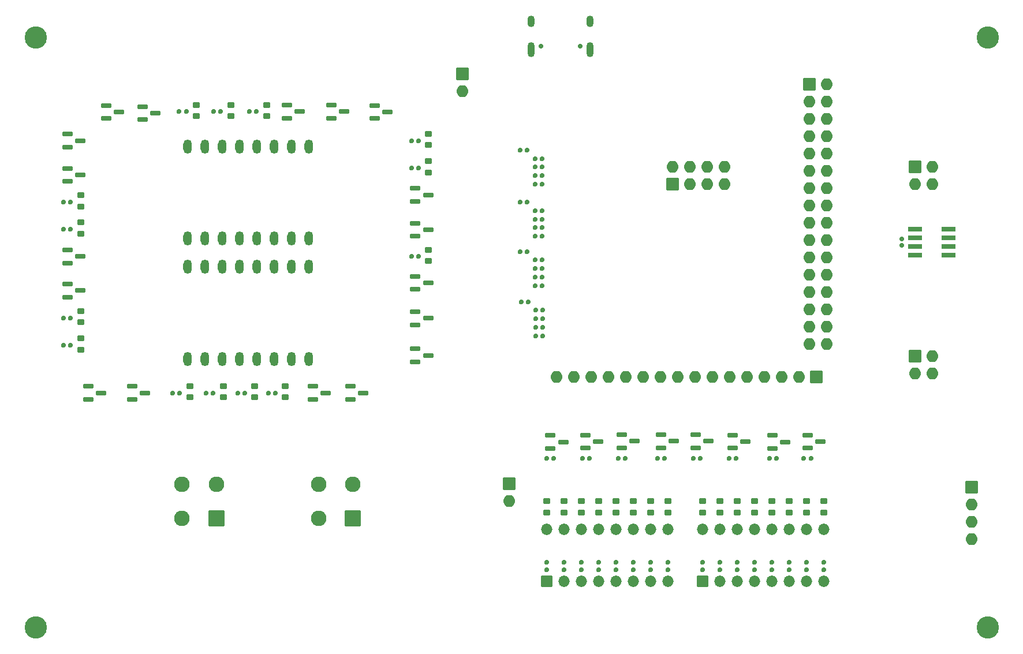
<source format=gbr>
%TF.GenerationSoftware,KiCad,Pcbnew,8.0.5*%
%TF.CreationDate,2024-11-21T16:50:39-07:00*%
%TF.ProjectId,CMPE2750,434d5045-3237-4353-902e-6b696361645f,rev?*%
%TF.SameCoordinates,Original*%
%TF.FileFunction,Soldermask,Bot*%
%TF.FilePolarity,Negative*%
%FSLAX46Y46*%
G04 Gerber Fmt 4.6, Leading zero omitted, Abs format (unit mm)*
G04 Created by KiCad (PCBNEW 8.0.5) date 2024-11-21 16:50:39*
%MOMM*%
%LPD*%
G01*
G04 APERTURE LIST*
G04 Aperture macros list*
%AMRoundRect*
0 Rectangle with rounded corners*
0 $1 Rounding radius*
0 $2 $3 $4 $5 $6 $7 $8 $9 X,Y pos of 4 corners*
0 Add a 4 corners polygon primitive as box body*
4,1,4,$2,$3,$4,$5,$6,$7,$8,$9,$2,$3,0*
0 Add four circle primitives for the rounded corners*
1,1,$1+$1,$2,$3*
1,1,$1+$1,$4,$5*
1,1,$1+$1,$6,$7*
1,1,$1+$1,$8,$9*
0 Add four rect primitives between the rounded corners*
20,1,$1+$1,$2,$3,$4,$5,0*
20,1,$1+$1,$4,$5,$6,$7,0*
20,1,$1+$1,$6,$7,$8,$9,0*
20,1,$1+$1,$8,$9,$2,$3,0*%
G04 Aperture macros list end*
%ADD10RoundRect,0.035000X0.990600X0.279400X-0.990600X0.279400X-0.990600X-0.279400X0.990600X-0.279400X0*%
%ADD11RoundRect,0.157500X-0.187500X0.157500X-0.187500X-0.157500X0.187500X-0.157500X0.187500X0.157500X0*%
%ADD12RoundRect,0.035000X0.800000X-0.800000X0.800000X0.800000X-0.800000X0.800000X-0.800000X-0.800000X0*%
%ADD13O,1.670000X1.670000*%
%ADD14C,3.270000*%
%ADD15C,0.720000*%
%ADD16O,1.070000X2.170000*%
%ADD17O,1.070000X1.670000*%
%ADD18RoundRect,0.035000X-0.850000X-0.850000X0.850000X-0.850000X0.850000X0.850000X-0.850000X0.850000X0*%
%ADD19O,1.770000X1.770000*%
%ADD20O,1.270000X2.070000*%
%ADD21RoundRect,0.035000X0.850000X-0.850000X0.850000X0.850000X-0.850000X0.850000X-0.850000X-0.850000X0*%
%ADD22RoundRect,0.035000X-0.850000X0.850000X-0.850000X-0.850000X0.850000X-0.850000X0.850000X0.850000X0*%
%ADD23RoundRect,0.035000X1.104900X1.104900X-1.104900X1.104900X-1.104900X-1.104900X1.104900X-1.104900X0*%
%ADD24C,2.279800*%
%ADD25RoundRect,0.152500X0.152500X0.202500X-0.152500X0.202500X-0.152500X-0.202500X0.152500X-0.202500X0*%
%ADD26RoundRect,0.167500X-0.605000X-0.167500X0.605000X-0.167500X0.605000X0.167500X-0.605000X0.167500X0*%
%ADD27RoundRect,0.152500X0.202500X-0.152500X0.202500X0.152500X-0.202500X0.152500X-0.202500X-0.152500X0*%
%ADD28RoundRect,0.217500X0.292500X-0.217500X0.292500X0.217500X-0.292500X0.217500X-0.292500X-0.217500X0*%
%ADD29RoundRect,0.152500X-0.152500X-0.202500X0.152500X-0.202500X0.152500X0.202500X-0.152500X0.202500X0*%
G04 APERTURE END LIST*
D10*
%TO.C,U14*%
X191400000Y-79100000D03*
X191400000Y-80370000D03*
X191400000Y-81640000D03*
X191400000Y-82910000D03*
X186472400Y-82910000D03*
X186472400Y-81640000D03*
X186472400Y-80370000D03*
X186472400Y-79100000D03*
%TD*%
D11*
%TO.C,C17*%
X184500000Y-80520000D03*
X184500000Y-81480000D03*
%TD*%
D12*
%TO.C,SW2*%
X132460000Y-130760000D03*
D13*
X135000000Y-130760000D03*
X137540000Y-130760000D03*
X140080000Y-130760000D03*
X142620000Y-130760000D03*
X145160000Y-130760000D03*
X147700000Y-130760000D03*
X150240000Y-130760000D03*
X150240000Y-123140000D03*
X147700000Y-123140000D03*
X145160000Y-123140000D03*
X142620000Y-123140000D03*
X140080000Y-123140000D03*
X137540000Y-123140000D03*
X135000000Y-123140000D03*
X132460000Y-123140000D03*
%TD*%
D14*
%TO.C,H2*%
X197125000Y-51000000D03*
%TD*%
D15*
%TO.C,J6*%
X137390000Y-52250000D03*
X131610000Y-52250000D03*
D16*
X138820000Y-52780000D03*
D17*
X138820000Y-48600000D03*
D16*
X130180000Y-52780000D03*
D17*
X130180000Y-48600000D03*
%TD*%
D18*
%TO.C,J8*%
X186460000Y-70000000D03*
D19*
X189000000Y-70000000D03*
X186460000Y-72540000D03*
X189000000Y-72540000D03*
%TD*%
D14*
%TO.C,H3*%
X197125000Y-137500000D03*
%TD*%
D20*
%TO.C,U10*%
X79800000Y-80500000D03*
X82340000Y-80500000D03*
X84880000Y-80500000D03*
X87420000Y-80500000D03*
X89960000Y-80500000D03*
X92500000Y-80500000D03*
X95040000Y-80500000D03*
X97580000Y-80500000D03*
X97580000Y-67000000D03*
X95040000Y-67000000D03*
X92500000Y-67000000D03*
X89960000Y-67000000D03*
X87420000Y-67000000D03*
X84880000Y-67000000D03*
X82340000Y-67000000D03*
X79800000Y-67000000D03*
%TD*%
D18*
%TO.C,J3*%
X171000000Y-57850000D03*
D19*
X173540000Y-57850000D03*
X171000000Y-60390000D03*
X173540000Y-60390000D03*
X171000000Y-62930000D03*
X173540000Y-62930000D03*
X171000000Y-65470000D03*
X173540000Y-65470000D03*
X171000000Y-68010000D03*
X173540000Y-68010000D03*
X171000000Y-70550000D03*
X173540000Y-70550000D03*
X171000000Y-73090000D03*
X173540000Y-73090000D03*
X171000000Y-75630000D03*
X173540000Y-75630000D03*
X171000000Y-78170000D03*
X173540000Y-78170000D03*
X171000000Y-80710000D03*
X173540000Y-80710000D03*
X171000000Y-83250000D03*
X173540000Y-83250000D03*
X171000000Y-85790000D03*
X173540000Y-85790000D03*
X171000000Y-88330000D03*
X173540000Y-88330000D03*
X171000000Y-90870000D03*
X173540000Y-90870000D03*
X171000000Y-93410000D03*
X173540000Y-93410000D03*
X171000000Y-95950000D03*
X173540000Y-95950000D03*
%TD*%
D12*
%TO.C,SW3*%
X155320000Y-130760000D03*
D13*
X157860000Y-130760000D03*
X160400000Y-130760000D03*
X162940000Y-130760000D03*
X165480000Y-130760000D03*
X168020000Y-130760000D03*
X170560000Y-130760000D03*
X173100000Y-130760000D03*
X173100000Y-123140000D03*
X170560000Y-123140000D03*
X168020000Y-123140000D03*
X165480000Y-123140000D03*
X162940000Y-123140000D03*
X160400000Y-123140000D03*
X157860000Y-123140000D03*
X155320000Y-123140000D03*
%TD*%
D14*
%TO.C,H4*%
X57500000Y-137500000D03*
%TD*%
D21*
%TO.C,J2*%
X150960000Y-72540000D03*
D19*
X150960000Y-70000000D03*
X153500000Y-72540000D03*
X153500000Y-70000000D03*
X156040000Y-72540000D03*
X156040000Y-70000000D03*
X158580000Y-72540000D03*
X158580000Y-70000000D03*
%TD*%
D18*
%TO.C,J9*%
X120080000Y-56345000D03*
D19*
X120080000Y-58885000D03*
%TD*%
D14*
%TO.C,H1*%
X57500000Y-51000000D03*
%TD*%
D18*
%TO.C,J5*%
X194750000Y-116920000D03*
D19*
X194750000Y-119460000D03*
X194750000Y-122000000D03*
X194750000Y-124540000D03*
%TD*%
D22*
%TO.C,J4*%
X171980000Y-100750000D03*
D19*
X169440000Y-100750000D03*
X166900000Y-100750000D03*
X164360000Y-100750000D03*
X161820000Y-100750000D03*
X159280000Y-100750000D03*
X156740000Y-100750000D03*
X154200000Y-100750000D03*
X151660000Y-100750000D03*
X149120000Y-100750000D03*
X146580000Y-100750000D03*
X144040000Y-100750000D03*
X141500000Y-100750000D03*
X138960000Y-100750000D03*
X136420000Y-100750000D03*
X133880000Y-100750000D03*
%TD*%
D23*
%TO.C,SW4*%
X84000000Y-121500000D03*
D24*
X84000000Y-116500000D03*
X79000000Y-116500000D03*
X79000000Y-121500000D03*
%TD*%
D19*
%TO.C,J7*%
X189000000Y-100265000D03*
X186460000Y-100265000D03*
X189000000Y-97725000D03*
D18*
X186460000Y-97725000D03*
%TD*%
%TO.C,J10*%
X127000000Y-116460000D03*
D19*
X127000000Y-119000000D03*
%TD*%
D23*
%TO.C,SW1*%
X104000000Y-121500000D03*
D24*
X104000000Y-116500000D03*
X99000000Y-116500000D03*
X99000000Y-121500000D03*
%TD*%
D20*
%TO.C,U11*%
X79800000Y-98120000D03*
X82340000Y-98120000D03*
X84880000Y-98120000D03*
X87420000Y-98120000D03*
X89960000Y-98120000D03*
X92500000Y-98120000D03*
X95040000Y-98120000D03*
X97580000Y-98120000D03*
X97580000Y-84620000D03*
X95040000Y-84620000D03*
X92500000Y-84620000D03*
X89960000Y-84620000D03*
X87420000Y-84620000D03*
X84880000Y-84620000D03*
X82340000Y-84620000D03*
X79800000Y-84620000D03*
%TD*%
D25*
%TO.C,R61*%
X131760000Y-76375000D03*
X130740000Y-76375000D03*
%TD*%
%TO.C,R142*%
X131760000Y-86125000D03*
X130740000Y-86125000D03*
%TD*%
D26*
%TO.C,Q15*%
X94330000Y-62820000D03*
X94330000Y-60920000D03*
X96205000Y-61870000D03*
%TD*%
%TO.C,Q29*%
X103705000Y-104070000D03*
X103705000Y-102170000D03*
X105580000Y-103120000D03*
%TD*%
D25*
%TO.C,R138*%
X131897500Y-93500000D03*
X130877500Y-93500000D03*
%TD*%
D27*
%TO.C,R149*%
X162920000Y-129020000D03*
X162920000Y-128000000D03*
%TD*%
D25*
%TO.C,R115*%
X131760000Y-77625000D03*
X130740000Y-77625000D03*
%TD*%
D28*
%TO.C,R183*%
X165470000Y-120650000D03*
X165470000Y-119000000D03*
%TD*%
D25*
%TO.C,R129*%
X113662500Y-83120000D03*
X112642500Y-83120000D03*
%TD*%
%TO.C,R132*%
X88162500Y-103120000D03*
X87142500Y-103120000D03*
%TD*%
%TO.C,R120*%
X131760000Y-72500000D03*
X130740000Y-72500000D03*
%TD*%
D29*
%TO.C,R164*%
X132430000Y-112760000D03*
X133450000Y-112760000D03*
%TD*%
D25*
%TO.C,R121*%
X131760000Y-71250000D03*
X130740000Y-71250000D03*
%TD*%
%TO.C,R108*%
X89912500Y-61870000D03*
X88892500Y-61870000D03*
%TD*%
D28*
%TO.C,R107*%
X64142500Y-79770000D03*
X64142500Y-78120000D03*
%TD*%
D26*
%TO.C,Q56*%
X143450000Y-111160000D03*
X143450000Y-109260000D03*
X145325000Y-110210000D03*
%TD*%
D28*
%TO.C,R170*%
X142610000Y-120650000D03*
X142610000Y-119000000D03*
%TD*%
%TO.C,R101*%
X91392500Y-62520000D03*
X91392500Y-60870000D03*
%TD*%
D27*
%TO.C,R148*%
X160380000Y-129020000D03*
X160380000Y-128000000D03*
%TD*%
D28*
%TO.C,R184*%
X168010000Y-120650000D03*
X168010000Y-119000000D03*
%TD*%
D29*
%TO.C,R166*%
X137690000Y-112760000D03*
X138710000Y-112760000D03*
%TD*%
D28*
%TO.C,R105*%
X115142500Y-70770000D03*
X115142500Y-69120000D03*
%TD*%
%TO.C,R124*%
X80142500Y-103770000D03*
X80142500Y-102120000D03*
%TD*%
D29*
%TO.C,R181*%
X159190000Y-112760000D03*
X160210000Y-112760000D03*
%TD*%
D26*
%TO.C,Q28*%
X62205000Y-84070000D03*
X62205000Y-82170000D03*
X64080000Y-83120000D03*
%TD*%
D28*
%TO.C,R123*%
X94142500Y-103770000D03*
X94142500Y-102120000D03*
%TD*%
D26*
%TO.C,Q17*%
X62205000Y-67070000D03*
X62205000Y-65170000D03*
X64080000Y-66120000D03*
%TD*%
D27*
%TO.C,R156*%
X147680000Y-129020000D03*
X147680000Y-128000000D03*
%TD*%
D25*
%TO.C,R118*%
X131760000Y-70000000D03*
X130740000Y-70000000D03*
%TD*%
D27*
%TO.C,R152*%
X142600000Y-129020000D03*
X142600000Y-128000000D03*
%TD*%
D28*
%TO.C,R177*%
X162930000Y-120650000D03*
X162930000Y-119000000D03*
%TD*%
D25*
%TO.C,R130*%
X62662500Y-92120000D03*
X61642500Y-92120000D03*
%TD*%
D28*
%TO.C,R178*%
X155310000Y-120650000D03*
X155310000Y-119000000D03*
%TD*%
D26*
%TO.C,Q10*%
X67830000Y-62870000D03*
X67830000Y-60970000D03*
X69705000Y-61920000D03*
%TD*%
%TO.C,Q35*%
X65205000Y-104070000D03*
X65205000Y-102170000D03*
X67080000Y-103120000D03*
%TD*%
D28*
%TO.C,R106*%
X64142500Y-75770000D03*
X64142500Y-74120000D03*
%TD*%
%TO.C,R126*%
X89642500Y-103770000D03*
X89642500Y-102120000D03*
%TD*%
%TO.C,R162*%
X140070000Y-120650000D03*
X140070000Y-119000000D03*
%TD*%
D27*
%TO.C,R157*%
X150220000Y-129020000D03*
X150220000Y-128000000D03*
%TD*%
D26*
%TO.C,Q13*%
X113205000Y-75020000D03*
X113205000Y-73120000D03*
X115080000Y-74070000D03*
%TD*%
D28*
%TO.C,R160*%
X134990000Y-120650000D03*
X134990000Y-119000000D03*
%TD*%
%TO.C,R185*%
X170550000Y-120650000D03*
X170550000Y-119000000D03*
%TD*%
D25*
%TO.C,R88*%
X131897500Y-91000000D03*
X130877500Y-91000000D03*
%TD*%
%TO.C,R133*%
X92662500Y-103120000D03*
X91642500Y-103120000D03*
%TD*%
D28*
%TO.C,R128*%
X64142500Y-96770000D03*
X64142500Y-95120000D03*
%TD*%
D26*
%TO.C,Q57*%
X149200000Y-111160000D03*
X149200000Y-109260000D03*
X151075000Y-110210000D03*
%TD*%
D28*
%TO.C,R102*%
X81080000Y-62520000D03*
X81080000Y-60870000D03*
%TD*%
D25*
%TO.C,R119*%
X131760000Y-68750000D03*
X130740000Y-68750000D03*
%TD*%
%TO.C,R110*%
X84662500Y-61870000D03*
X83642500Y-61870000D03*
%TD*%
%TO.C,R111*%
X113662500Y-66120000D03*
X112642500Y-66120000D03*
%TD*%
%TO.C,R114*%
X62662500Y-79120000D03*
X61642500Y-79120000D03*
%TD*%
D29*
%TO.C,R190*%
X170190000Y-112760000D03*
X171210000Y-112760000D03*
%TD*%
%TO.C,R180*%
X153940000Y-112760000D03*
X154960000Y-112760000D03*
%TD*%
D27*
%TO.C,R150*%
X140060000Y-129020000D03*
X140060000Y-128000000D03*
%TD*%
D25*
%TO.C,R62*%
X129610000Y-75125000D03*
X128590000Y-75125000D03*
%TD*%
D26*
%TO.C,Q14*%
X62205000Y-72120000D03*
X62205000Y-70220000D03*
X64080000Y-71170000D03*
%TD*%
D28*
%TO.C,R122*%
X115142500Y-83770000D03*
X115142500Y-82120000D03*
%TD*%
D26*
%TO.C,Q12*%
X73205000Y-63020000D03*
X73205000Y-61120000D03*
X75080000Y-62070000D03*
%TD*%
D25*
%TO.C,R139*%
X131760000Y-84875000D03*
X130740000Y-84875000D03*
%TD*%
D27*
%TO.C,R146*%
X134980000Y-129020000D03*
X134980000Y-128000000D03*
%TD*%
D26*
%TO.C,Q61*%
X159700000Y-111210000D03*
X159700000Y-109310000D03*
X161575000Y-110260000D03*
%TD*%
D25*
%TO.C,R89*%
X129747500Y-89750000D03*
X128727500Y-89750000D03*
%TD*%
D28*
%TO.C,R161*%
X137530000Y-120650000D03*
X137530000Y-119000000D03*
%TD*%
D27*
%TO.C,R151*%
X165460000Y-129020000D03*
X165460000Y-128000000D03*
%TD*%
D25*
%TO.C,R137*%
X131897500Y-94750000D03*
X130877500Y-94750000D03*
%TD*%
%TO.C,R136*%
X131897500Y-92250000D03*
X130877500Y-92250000D03*
%TD*%
D29*
%TO.C,R188*%
X165190000Y-112760000D03*
X166210000Y-112760000D03*
%TD*%
D26*
%TO.C,Q60*%
X154325000Y-111160000D03*
X154325000Y-109260000D03*
X156200000Y-110210000D03*
%TD*%
%TO.C,Q64*%
X165575000Y-111260000D03*
X165575000Y-109360000D03*
X167450000Y-110310000D03*
%TD*%
D25*
%TO.C,R113*%
X62662500Y-75120000D03*
X61642500Y-75120000D03*
%TD*%
D28*
%TO.C,R175*%
X160390000Y-120650000D03*
X160390000Y-119000000D03*
%TD*%
D27*
%TO.C,R153*%
X168000000Y-129020000D03*
X168000000Y-128000000D03*
%TD*%
D25*
%TO.C,R134*%
X78662500Y-103120000D03*
X77642500Y-103120000D03*
%TD*%
D28*
%TO.C,R127*%
X85017500Y-103770000D03*
X85017500Y-102120000D03*
%TD*%
%TO.C,R103*%
X86142500Y-62520000D03*
X86142500Y-60870000D03*
%TD*%
D25*
%TO.C,R116*%
X131760000Y-80125000D03*
X130740000Y-80125000D03*
%TD*%
D27*
%TO.C,R145*%
X157840000Y-129020000D03*
X157840000Y-128000000D03*
%TD*%
D26*
%TO.C,Q54*%
X138137500Y-111210000D03*
X138137500Y-109310000D03*
X140012500Y-110260000D03*
%TD*%
%TO.C,Q31*%
X98205000Y-104070000D03*
X98205000Y-102170000D03*
X100080000Y-103120000D03*
%TD*%
D25*
%TO.C,R109*%
X79600000Y-61870000D03*
X78580000Y-61870000D03*
%TD*%
D28*
%TO.C,R168*%
X145150000Y-120650000D03*
X145150000Y-119000000D03*
%TD*%
D29*
%TO.C,R173*%
X148690000Y-112760000D03*
X149710000Y-112760000D03*
%TD*%
D25*
%TO.C,R141*%
X131760000Y-87375000D03*
X130740000Y-87375000D03*
%TD*%
D28*
%TO.C,R125*%
X64142500Y-92770000D03*
X64142500Y-91120000D03*
%TD*%
D27*
%TO.C,R155*%
X170540000Y-129020000D03*
X170540000Y-128000000D03*
%TD*%
D25*
%TO.C,R86*%
X129610000Y-82375000D03*
X128590000Y-82375000D03*
%TD*%
D26*
%TO.C,Q36*%
X113205000Y-98570000D03*
X113205000Y-96670000D03*
X115080000Y-97620000D03*
%TD*%
D27*
%TO.C,R143*%
X155300000Y-129020000D03*
X155300000Y-128000000D03*
%TD*%
D26*
%TO.C,Q11*%
X113205000Y-80120000D03*
X113205000Y-78220000D03*
X115080000Y-79170000D03*
%TD*%
%TO.C,Q66*%
X170700000Y-111210000D03*
X170700000Y-109310000D03*
X172575000Y-110260000D03*
%TD*%
%TO.C,Q16*%
X100892500Y-62820000D03*
X100892500Y-60920000D03*
X102767500Y-61870000D03*
%TD*%
D25*
%TO.C,R135*%
X83537500Y-103120000D03*
X82517500Y-103120000D03*
%TD*%
D26*
%TO.C,Q18*%
X107205000Y-62870000D03*
X107205000Y-60970000D03*
X109080000Y-61920000D03*
%TD*%
D25*
%TO.C,R59*%
X129610000Y-67500000D03*
X128590000Y-67500000D03*
%TD*%
%TO.C,R112*%
X113662500Y-70120000D03*
X112642500Y-70120000D03*
%TD*%
D28*
%TO.C,R167*%
X147690000Y-120650000D03*
X147690000Y-119000000D03*
%TD*%
D25*
%TO.C,R117*%
X131760000Y-78875000D03*
X130740000Y-78875000D03*
%TD*%
D28*
%TO.C,R186*%
X173090000Y-120650000D03*
X173090000Y-119000000D03*
%TD*%
%TO.C,R176*%
X157850000Y-120650000D03*
X157850000Y-119000000D03*
%TD*%
%TO.C,R159*%
X132450000Y-120650000D03*
X132450000Y-119000000D03*
%TD*%
D27*
%TO.C,R147*%
X137520000Y-129020000D03*
X137520000Y-128000000D03*
%TD*%
D29*
%TO.C,R172*%
X142950000Y-112760000D03*
X143970000Y-112760000D03*
%TD*%
D27*
%TO.C,R144*%
X132440000Y-129020000D03*
X132440000Y-128000000D03*
%TD*%
D26*
%TO.C,Q30*%
X62205000Y-89070000D03*
X62205000Y-87170000D03*
X64080000Y-88120000D03*
%TD*%
D27*
%TO.C,R158*%
X173080000Y-129020000D03*
X173080000Y-128000000D03*
%TD*%
D26*
%TO.C,Q32*%
X71705000Y-104070000D03*
X71705000Y-102170000D03*
X73580000Y-103120000D03*
%TD*%
%TO.C,Q52*%
X133012500Y-111260000D03*
X133012500Y-109360000D03*
X134887500Y-110310000D03*
%TD*%
D28*
%TO.C,R169*%
X150230000Y-120650000D03*
X150230000Y-119000000D03*
%TD*%
D25*
%TO.C,R131*%
X62662500Y-96120000D03*
X61642500Y-96120000D03*
%TD*%
%TO.C,R140*%
X131760000Y-83625000D03*
X130740000Y-83625000D03*
%TD*%
D26*
%TO.C,Q33*%
X113205000Y-87945000D03*
X113205000Y-86045000D03*
X115080000Y-86995000D03*
%TD*%
%TO.C,Q34*%
X113205000Y-93120000D03*
X113205000Y-91220000D03*
X115080000Y-92170000D03*
%TD*%
D28*
%TO.C,R104*%
X115142500Y-66770000D03*
X115142500Y-65120000D03*
%TD*%
D27*
%TO.C,R154*%
X145140000Y-129020000D03*
X145140000Y-128000000D03*
%TD*%
M02*

</source>
